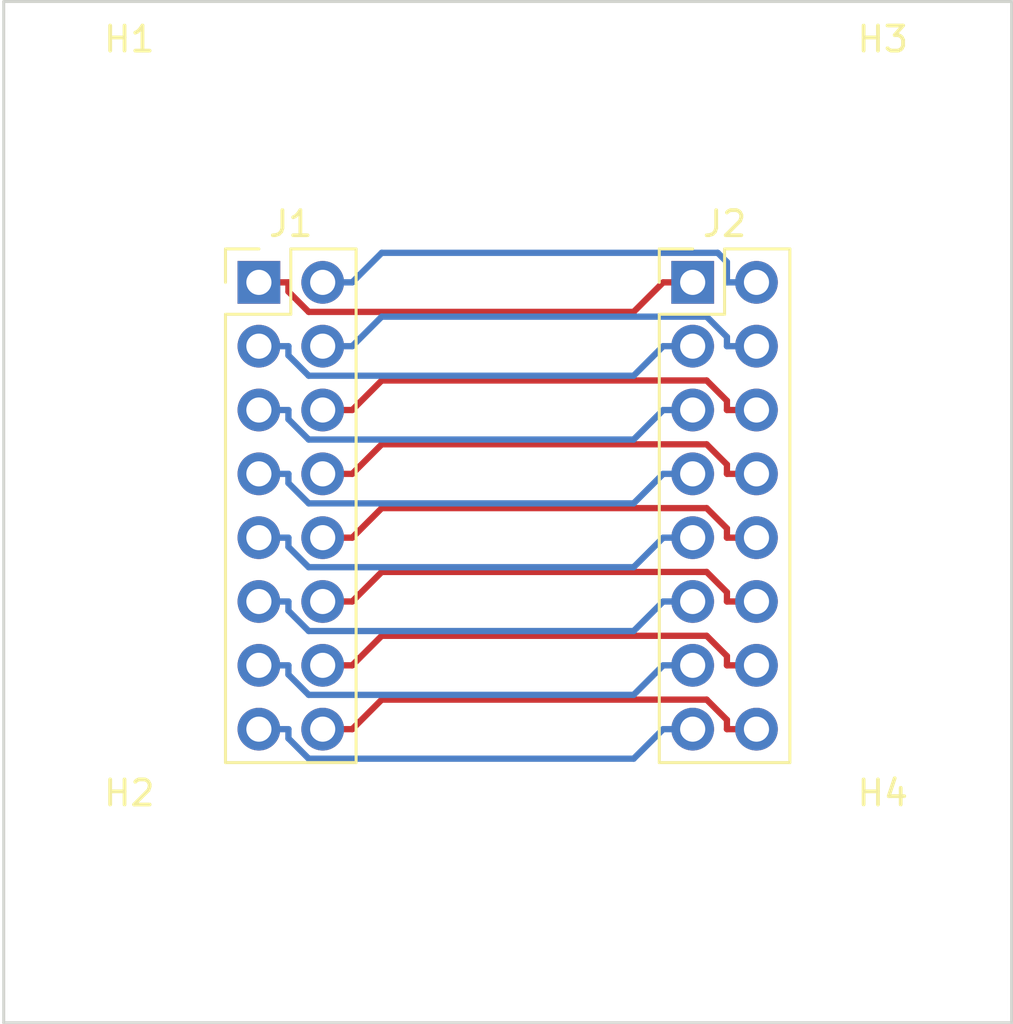
<source format=kicad_pcb>
(kicad_pcb (version 20211014) (generator pcbnew)
  (layers (0 "F.Cu" signal) (31 "B.Cu" signal) (34 "B.Paste" user) (35 "F.Paste" user) (36 "B.SilkS" user "B.Silkscreen") (37 "F.SilkS" user "F.Silkscreen") (38 "B.Mask" user) (39 "F.Mask" user) (44 "Edge.Cuts" user))
  (net 0 "")
  (net 1 "Net-(J1-Pad16)")
  (net 2 "Net-(J1-Pad15)")
  (net 3 "Net-(J1-Pad14)")
  (net 4 "Net-(J1-Pad13)")
  (net 5 "Net-(J1-Pad12)")
  (net 6 "Net-(J1-Pad11)")
  (net 7 "Net-(J1-Pad10)")
  (net 8 "Net-(J1-Pad9)")
  (net 9 "Net-(J1-Pad8)")
  (net 10 "Net-(J1-Pad7)")
  (net 11 "Net-(J1-Pad6)")
  (net 12 "Net-(J1-Pad5)")
  (net 13 "Net-(J1-Pad4)")
  (net 14 "Net-(J1-Pad3)")
  (net 15 "Net-(J1-Pad2)")
  (net 16 "Net-(J1-Pad1)")
  (footprint "Connector_Wire:PinHeader_2x08_P2.54mm_Vertical" (layer "F.Cu") (at 142.24 84.328)
    (fp_text reference "J1" (at 1.27 -2.33) (layer "F.SilkS"))
    (fp_text value "Conn_02x08_Odd_Even")
    (fp_line (start -1.33 0) (end -1.33 -1.33) (layer "F.SilkS") (width 0.12))
    (fp_line (start -1.33 1.27) (end -1.33 19.11) (layer "F.SilkS") (width 0.12))
    (fp_line (start -1.33 1.27) (end 1.27 1.27) (layer "F.SilkS") (width 0.12))
    (fp_line (start 1.27 -1.33) (end 3.87 -1.33) (layer "F.SilkS") (width 0.12))
    (fp_line (start 1.27 1.27) (end 1.27 -1.33) (layer "F.SilkS") (width 0.12))
    (fp_line (start -1.33 -1.33) (end 0 -1.33) (layer "F.SilkS") (width 0.12))
    (fp_line (start 3.87 -1.33) (end 3.87 19.11) (layer "F.SilkS") (width 0.12))
    (fp_line (start -1.33 19.11) (end 3.87 19.11) (layer "F.SilkS") (width 0.12))
    (pad "1" thru_hole rect locked (at 0 0) (size 1.7 1.7) (drill 1) (layers *.Cu *.Mask) (net 16 "Net-(J1-Pad1)"))
    (pad "2" thru_hole oval locked (at 2.54 0) (size 1.7 1.7) (drill 1) (layers *.Cu *.Mask) (net 15 "Net-(J1-Pad2)"))
    (pad "3" thru_hole oval locked (at 0 2.54) (size 1.7 1.7) (drill 1) (layers *.Cu *.Mask) (net 14 "Net-(J1-Pad3)"))
    (pad "4" thru_hole oval locked (at 2.54 2.54) (size 1.7 1.7) (drill 1) (layers *.Cu *.Mask) (net 13 "Net-(J1-Pad4)"))
    (pad "5" thru_hole oval locked (at 0 5.08) (size 1.7 1.7) (drill 1) (layers *.Cu *.Mask) (net 12 "Net-(J1-Pad5)"))
    (pad "6" thru_hole oval locked (at 2.54 5.08) (size 1.7 1.7) (drill 1) (layers *.Cu *.Mask) (net 11 "Net-(J1-Pad6)"))
    (pad "7" thru_hole oval locked (at 0 7.62) (size 1.7 1.7) (drill 1) (layers *.Cu *.Mask) (net 10 "Net-(J1-Pad7)"))
    (pad "8" thru_hole oval locked (at 2.54 7.62) (size 1.7 1.7) (drill 1) (layers *.Cu *.Mask) (net 9 "Net-(J1-Pad8)"))
    (pad "9" thru_hole oval locked (at 0 10.16) (size 1.7 1.7) (drill 1) (layers *.Cu *.Mask) (net 8 "Net-(J1-Pad9)"))
    (pad "10" thru_hole oval locked (at 2.54 10.16) (size 1.7 1.7) (drill 1) (layers *.Cu *.Mask) (net 7 "Net-(J1-Pad10)"))
    (pad "11" thru_hole oval locked (at 0 12.7) (size 1.7 1.7) (drill 1) (layers *.Cu *.Mask) (net 6 "Net-(J1-Pad11)"))
    (pad "12" thru_hole oval locked (at 2.54 12.7) (size 1.7 1.7) (drill 1) (layers *.Cu *.Mask) (net 5 "Net-(J1-Pad12)"))
    (pad "13" thru_hole oval locked (at 0 15.24) (size 1.7 1.7) (drill 1) (layers *.Cu *.Mask) (net 4 "Net-(J1-Pad13)"))
    (pad "14" thru_hole oval locked (at 2.54 15.24) (size 1.7 1.7) (drill 1) (layers *.Cu *.Mask) (net 3 "Net-(J1-Pad14)"))
    (pad "15" thru_hole oval locked (at 0 17.78) (size 1.7 1.7) (drill 1) (layers *.Cu *.Mask) (net 2 "Net-(J1-Pad15)"))
    (pad "16" thru_hole oval locked (at 2.54 17.78) (size 1.7 1.7) (drill 1) (layers *.Cu *.Mask) (net 1 "Net-(J1-Pad16)"))
  )
  (footprint "Connector_PinHeader_2.54mm:PinHeader_2x08_P2.54mm_Vertical" (layer "F.Cu") (at 159.512 84.328)
    (fp_text reference "J2" (at 1.27 -2.33) (layer "F.SilkS"))
    (fp_text value "Conn_02x08_Odd_Even")
    (fp_line (start -1.33 19.11) (end 3.87 19.11) (layer "F.SilkS") (width 0.12))
    (fp_line (start -1.33 -1.33) (end 0 -1.33) (layer "F.SilkS") (width 0.12))
    (fp_line (start -1.33 1.27) (end 1.27 1.27) (layer "F.SilkS") (width 0.12))
    (fp_line (start 3.87 -1.33) (end 3.87 19.11) (layer "F.SilkS") (width 0.12))
    (fp_line (start -1.33 1.27) (end -1.33 19.11) (layer "F.SilkS") (width 0.12))
    (fp_line (start 1.27 -1.33) (end 3.87 -1.33) (layer "F.SilkS") (width 0.12))
    (fp_line (start -1.33 0) (end -1.33 -1.33) (layer "F.SilkS") (width 0.12))
    (fp_line (start 1.27 1.27) (end 1.27 -1.33) (layer "F.SilkS") (width 0.12))
    (pad "1" thru_hole rect locked (at 0 0) (size 1.7 1.7) (drill 1) (layers *.Cu *.Mask) (net 16 "Net-(J1-Pad1)"))
    (pad "2" thru_hole oval locked (at 2.54 0) (size 1.7 1.7) (drill 1) (layers *.Cu *.Mask) (net 15 "Net-(J1-Pad2)"))
    (pad "3" thru_hole oval locked (at 0 2.54) (size 1.7 1.7) (drill 1) (layers *.Cu *.Mask) (net 14 "Net-(J1-Pad3)"))
    (pad "4" thru_hole oval locked (at 2.54 2.54) (size 1.7 1.7) (drill 1) (layers *.Cu *.Mask) (net 13 "Net-(J1-Pad4)"))
    (pad "5" thru_hole oval locked (at 0 5.08) (size 1.7 1.7) (drill 1) (layers *.Cu *.Mask) (net 12 "Net-(J1-Pad5)"))
    (pad "6" thru_hole oval locked (at 2.54 5.08) (size 1.7 1.7) (drill 1) (layers *.Cu *.Mask) (net 11 "Net-(J1-Pad6)"))
    (pad "7" thru_hole oval locked (at 0 7.62) (size 1.7 1.7) (drill 1) (layers *.Cu *.Mask) (net 10 "Net-(J1-Pad7)"))
    (pad "8" thru_hole oval locked (at 2.54 7.62) (size 1.7 1.7) (drill 1) (layers *.Cu *.Mask) (net 9 "Net-(J1-Pad8)"))
    (pad "9" thru_hole oval locked (at 0 10.16) (size 1.7 1.7) (drill 1) (layers *.Cu *.Mask) (net 8 "Net-(J1-Pad9)"))
    (pad "10" thru_hole oval locked (at 2.54 10.16) (size 1.7 1.7) (drill 1) (layers *.Cu *.Mask) (net 7 "Net-(J1-Pad10)"))
    (pad "11" thru_hole oval locked (at 0 12.7) (size 1.7 1.7) (drill 1) (layers *.Cu *.Mask) (net 6 "Net-(J1-Pad11)"))
    (pad "12" thru_hole oval locked (at 2.54 12.7) (size 1.7 1.7) (drill 1) (layers *.Cu *.Mask) (net 5 "Net-(J1-Pad12)"))
    (pad "13" thru_hole oval locked (at 0 15.24) (size 1.7 1.7) (drill 1) (layers *.Cu *.Mask) (net 4 "Net-(J1-Pad13)"))
    (pad "14" thru_hole oval locked (at 2.54 15.24) (size 1.7 1.7) (drill 1) (layers *.Cu *.Mask) (net 3 "Net-(J1-Pad14)"))
    (pad "15" thru_hole oval locked (at 0 17.78) (size 1.7 1.7) (drill 1) (layers *.Cu *.Mask) (net 2 "Net-(J1-Pad15)"))
    (pad "16" thru_hole oval locked (at 2.54 17.78) (size 1.7 1.7) (drill 1) (layers *.Cu *.Mask) (net 1 "Net-(J1-Pad16)"))
  )
  (footprint "MountingHole:MountingHole_2.5mm" (layer "F.Cu") (at 137.08 78.152)
    (fp_text reference "H1" (at 0 -3.5) (layer "F.SilkS"))
    (fp_text value "MountingHole")
    (pad "" np_thru_hole circle locked (at 0 0) (size 2.5 2.5) (drill 2.5) (layers *.Cu *.Mask))
  )
  (footprint "MountingHole:MountingHole_2.5mm" (layer "F.Cu") (at 137.08 108.152)
    (fp_text reference "H2" (at 0 -3.5) (layer "F.SilkS"))
    (fp_text value "MountingHole")
    (pad "" np_thru_hole circle locked (at 0 0) (size 2.5 2.5) (drill 2.5) (layers *.Cu *.Mask))
  )
  (footprint "MountingHole:MountingHole_2.5mm" (layer "F.Cu") (at 167.08 78.152)
    (fp_text reference "H3" (at 0 -3.5) (layer "F.SilkS"))
    (fp_text value "MountingHole")
    (pad "" np_thru_hole circle locked (at 0 0) (size 2.5 2.5) (drill 2.5) (layers *.Cu *.Mask))
  )
  (footprint "MountingHole:MountingHole_2.5mm" (layer "F.Cu") (at 167.08 108.152)
    (fp_text reference "H4" (at 0 -3.5) (layer "F.SilkS"))
    (fp_text value "MountingHole")
    (pad "" np_thru_hole circle locked (at 0 0) (size 2.5 2.5) (drill 2.5) (layers *.Cu *.Mask))
  )
  (gr_line (start 132.08 113.792) (end 132.08 73.152) (layer "Edge.Cuts") (width 0.12))
  (gr_line (start 132.08 73.152) (end 172.212 73.152) (layer "Edge.Cuts") (width 0.12))
  (gr_line (start 172.212 113.792) (end 132.08 113.792) (layer "Edge.Cuts") (width 0.12))
  (gr_line (start 172.212 73.152) (end 172.212 113.792) (layer "Edge.Cuts") (width 0.12))
  (segment (start 147.1306 100.9327) (end 160.0688 100.9327) (width 0.25) (layer "F.Cu") (net 1))
  (segment (start 160.0688 100.9327) (end 160.8767 101.7406) (width 0.25) (layer "F.Cu") (net 1))
  (segment (start 144.78 102.108) (end 145.9553 102.108) (width 0.25) (layer "F.Cu") (net 1))
  (segment (start 162.052 102.108) (end 160.8767 102.108) (width 0.25) (layer "F.Cu") (net 1))
  (segment (start 160.8767 101.7406) (end 160.8767 102.108) (width 0.25) (layer "F.Cu") (net 1))
  (segment (start 145.9553 102.108) (end 147.1306 100.9327) (width 0.25) (layer "F.Cu") (net 1))
  (segment (start 159.512 102.108) (end 158.3367 102.108) (width 0.25) (layer "B.Cu") (net 2))
  (segment (start 157.1614 103.2833) (end 158.3367 102.108) (width 0.25) (layer "B.Cu") (net 2))
  (segment (start 143.4153 102.4753) (end 144.2233 103.2833) (width 0.25) (layer "B.Cu") (net 2))
  (segment (start 144.2233 103.2833) (end 157.1614 103.2833) (width 0.25) (layer "B.Cu") (net 2))
  (segment (start 143.4153 102.108) (end 143.4153 102.4753) (width 0.25) (layer "B.Cu") (net 2))
  (segment (start 142.24 102.108) (end 143.4153 102.108) (width 0.25) (layer "B.Cu") (net 2))
  (segment (start 144.78 99.568) (end 145.9553 99.568) (width 0.25) (layer "F.Cu") (net 3))
  (segment (start 160.0688 98.3927) (end 160.8767 99.2006) (width 0.25) (layer "F.Cu") (net 3))
  (segment (start 147.1306 98.3927) (end 160.0688 98.3927) (width 0.25) (layer "F.Cu") (net 3))
  (segment (start 145.9553 99.568) (end 147.1306 98.3927) (width 0.25) (layer "F.Cu") (net 3))
  (segment (start 162.052 99.568) (end 160.8767 99.568) (width 0.25) (layer "F.Cu") (net 3))
  (segment (start 160.8767 99.2006) (end 160.8767 99.568) (width 0.25) (layer "F.Cu") (net 3))
  (segment (start 144.2233 100.7433) (end 157.1614 100.7433) (width 0.25) (layer "B.Cu") (net 4))
  (segment (start 143.4153 99.568) (end 143.4153 99.9353) (width 0.25) (layer "B.Cu") (net 4))
  (segment (start 142.24 99.568) (end 143.4153 99.568) (width 0.25) (layer "B.Cu") (net 4))
  (segment (start 157.1614 100.7433) (end 158.3367 99.568) (width 0.25) (layer "B.Cu") (net 4))
  (segment (start 143.4153 99.9353) (end 144.2233 100.7433) (width 0.25) (layer "B.Cu") (net 4))
  (segment (start 159.512 99.568) (end 158.3367 99.568) (width 0.25) (layer "B.Cu") (net 4))
  (segment (start 160.8767 96.6606) (end 160.8767 97.028) (width 0.25) (layer "F.Cu") (net 5))
  (segment (start 162.052 97.028) (end 160.8767 97.028) (width 0.25) (layer "F.Cu") (net 5))
  (segment (start 144.78 97.028) (end 145.9553 97.028) (width 0.25) (layer "F.Cu") (net 5))
  (segment (start 147.1306 95.8527) (end 160.0688 95.8527) (width 0.25) (layer "F.Cu") (net 5))
  (segment (start 160.0688 95.8527) (end 160.8767 96.6606) (width 0.25) (layer "F.Cu") (net 5))
  (segment (start 145.9553 97.028) (end 147.1306 95.8527) (width 0.25) (layer "F.Cu") (net 5))
  (segment (start 159.512 97.028) (end 158.3367 97.028) (width 0.25) (layer "B.Cu") (net 6))
  (segment (start 144.2233 98.2033) (end 157.1614 98.2033) (width 0.25) (layer "B.Cu") (net 6))
  (segment (start 142.24 97.028) (end 143.4153 97.028) (width 0.25) (layer "B.Cu") (net 6))
  (segment (start 143.4153 97.3953) (end 144.2233 98.2033) (width 0.25) (layer "B.Cu") (net 6))
  (segment (start 143.4153 97.028) (end 143.4153 97.3953) (width 0.25) (layer "B.Cu") (net 6))
  (segment (start 157.1614 98.2033) (end 158.3367 97.028) (width 0.25) (layer "B.Cu") (net 6))
  (segment (start 162.052 94.488) (end 160.8767 94.488) (width 0.25) (layer "F.Cu") (net 7))
  (segment (start 145.9553 94.488) (end 147.1306 93.3127) (width 0.25) (layer "F.Cu") (net 7))
  (segment (start 160.0688 93.3127) (end 160.8767 94.1206) (width 0.25) (layer "F.Cu") (net 7))
  (segment (start 144.78 94.488) (end 145.9553 94.488) (width 0.25) (layer "F.Cu") (net 7))
  (segment (start 160.8767 94.1206) (end 160.8767 94.488) (width 0.25) (layer "F.Cu") (net 7))
  (segment (start 147.1306 93.3127) (end 160.0688 93.3127) (width 0.25) (layer "F.Cu") (net 7))
  (segment (start 142.24 94.488) (end 143.4153 94.488) (width 0.25) (layer "B.Cu") (net 8))
  (segment (start 159.512 94.488) (end 158.3367 94.488) (width 0.25) (layer "B.Cu") (net 8))
  (segment (start 143.4153 94.488) (end 143.4153 94.8553) (width 0.25) (layer "B.Cu") (net 8))
  (segment (start 144.2233 95.6633) (end 157.1614 95.6633) (width 0.25) (layer "B.Cu") (net 8))
  (segment (start 143.4153 94.8553) (end 144.2233 95.6633) (width 0.25) (layer "B.Cu") (net 8))
  (segment (start 157.1614 95.6633) (end 158.3367 94.488) (width 0.25) (layer "B.Cu") (net 8))
  (segment (start 144.78 91.948) (end 145.9553 91.948) (width 0.25) (layer "F.Cu") (net 9))
  (segment (start 147.1306 90.7727) (end 160.0688 90.7727) (width 0.25) (layer "F.Cu") (net 9))
  (segment (start 160.8767 91.5806) (end 160.8767 91.948) (width 0.25) (layer "F.Cu") (net 9))
  (segment (start 160.0688 90.7727) (end 160.8767 91.5806) (width 0.25) (layer "F.Cu") (net 9))
  (segment (start 145.9553 91.948) (end 147.1306 90.7727) (width 0.25) (layer "F.Cu") (net 9))
  (segment (start 162.052 91.948) (end 160.8767 91.948) (width 0.25) (layer "F.Cu") (net 9))
  (segment (start 142.24 91.948) (end 143.4153 91.948) (width 0.25) (layer "B.Cu") (net 10))
  (segment (start 143.4153 91.948) (end 143.4153 92.3153) (width 0.25) (layer "B.Cu") (net 10))
  (segment (start 157.1614 93.1233) (end 158.3367 91.948) (width 0.25) (layer "B.Cu") (net 10))
  (segment (start 143.4153 92.3153) (end 144.2233 93.1233) (width 0.25) (layer "B.Cu") (net 10))
  (segment (start 159.512 91.948) (end 158.3367 91.948) (width 0.25) (layer "B.Cu") (net 10))
  (segment (start 144.2233 93.1233) (end 157.1614 93.1233) (width 0.25) (layer "B.Cu") (net 10))
  (segment (start 160.8767 89.0406) (end 160.8767 89.408) (width 0.25) (layer "F.Cu") (net 11))
  (segment (start 162.052 89.408) (end 160.8767 89.408) (width 0.25) (layer "F.Cu") (net 11))
  (segment (start 160.0688 88.2327) (end 160.8767 89.0406) (width 0.25) (layer "F.Cu") (net 11))
  (segment (start 144.78 89.408) (end 145.9553 89.408) (width 0.25) (layer "F.Cu") (net 11))
  (segment (start 147.1306 88.2327) (end 160.0688 88.2327) (width 0.25) (layer "F.Cu") (net 11))
  (segment (start 145.9553 89.408) (end 147.1306 88.2327) (width 0.25) (layer "F.Cu") (net 11))
  (segment (start 142.24 89.408) (end 143.4153 89.408) (width 0.25) (layer "B.Cu") (net 12))
  (segment (start 159.512 89.408) (end 158.3367 89.408) (width 0.25) (layer "B.Cu") (net 12))
  (segment (start 143.4153 89.408) (end 143.4153 89.7753) (width 0.25) (layer "B.Cu") (net 12))
  (segment (start 143.4153 89.7753) (end 144.2233 90.5833) (width 0.25) (layer "B.Cu") (net 12))
  (segment (start 144.2233 90.5833) (end 157.1614 90.5833) (width 0.25) (layer "B.Cu") (net 12))
  (segment (start 157.1614 90.5833) (end 158.3367 89.408) (width 0.25) (layer "B.Cu") (net 12))
  (segment (start 160.0688 85.6927) (end 160.8767 86.5006) (width 0.25) (layer "B.Cu") (net 13))
  (segment (start 145.9553 86.868) (end 147.1306 85.6927) (width 0.25) (layer "B.Cu") (net 13))
  (segment (start 144.78 86.868) (end 145.9553 86.868) (width 0.25) (layer "B.Cu") (net 13))
  (segment (start 147.1306 85.6927) (end 160.0688 85.6927) (width 0.25) (layer "B.Cu") (net 13))
  (segment (start 162.052 86.868) (end 160.8767 86.868) (width 0.25) (layer "B.Cu") (net 13))
  (segment (start 160.8767 86.5006) (end 160.8767 86.868) (width 0.25) (layer "B.Cu") (net 13))
  (segment (start 159.512 86.868) (end 158.3367 86.868) (width 0.25) (layer "B.Cu") (net 14))
  (segment (start 143.4153 86.868) (end 143.4153 87.2353) (width 0.25) (layer "B.Cu") (net 14))
  (segment (start 142.24 86.868) (end 143.4153 86.868) (width 0.25) (layer "B.Cu") (net 14))
  (segment (start 157.1614 88.0433) (end 158.3367 86.868) (width 0.25) (layer "B.Cu") (net 14))
  (segment (start 144.2233 88.0433) (end 157.1614 88.0433) (width 0.25) (layer "B.Cu") (net 14))
  (segment (start 143.4153 87.2353) (end 144.2233 88.0433) (width 0.25) (layer "B.Cu") (net 14))
  (segment (start 144.78 84.328) (end 145.9553 84.328) (width 0.25) (layer "B.Cu") (net 15))
  (segment (start 162.052 84.328) (end 160.8767 84.328) (width 0.25) (layer "B.Cu") (net 15))
  (segment (start 160.5095 83.1527) (end 160.8767 83.5199) (width 0.25) (layer "B.Cu") (net 15))
  (segment (start 145.9553 84.328) (end 147.1306 83.1527) (width 0.25) (layer "B.Cu") (net 15))
  (segment (start 147.1306 83.1527) (end 160.5095 83.1527) (width 0.25) (layer "B.Cu") (net 15))
  (segment (start 160.8767 83.5199) (end 160.8767 84.328) (width 0.25) (layer "B.Cu") (net 15))
  (segment (start 144.2233 85.5033) (end 157.1614 85.5033) (width 0.25) (layer "F.Cu") (net 16))
  (segment (start 157.1614 85.5033) (end 158.3367 84.328) (width 0.25) (layer "F.Cu") (net 16))
  (segment (start 143.4153 84.6953) (end 144.2233 85.5033) (width 0.25) (layer "F.Cu") (net 16))
  (segment (start 159.512 84.328) (end 158.3367 84.328) (width 0.25) (layer "F.Cu") (net 16))
  (segment (start 142.24 84.328) (end 143.4153 84.328) (width 0.25) (layer "F.Cu") (net 16))
  (segment (start 143.4153 84.328) (end 143.4153 84.6953) (width 0.25) (layer "F.Cu") (net 16))
)
</source>
